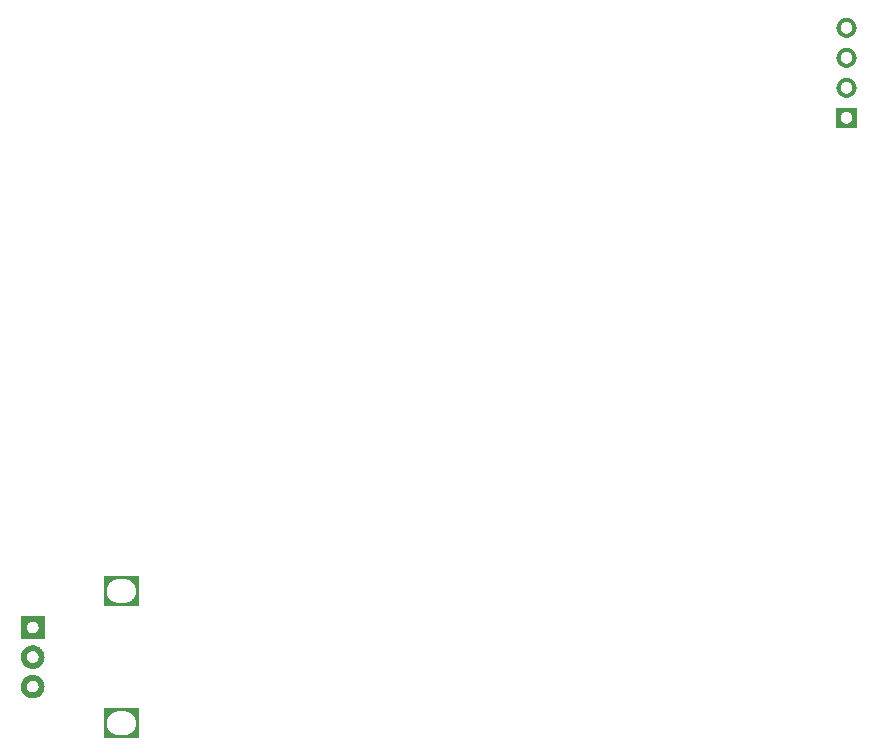
<source format=gbr>
%TF.GenerationSoftware,Flux,Pcbnew,7.0.11-7.0.11~ubuntu20.04.1*%
%TF.CreationDate,2024-08-18T17:29:45+00:00*%
%TF.ProjectId,input,696e7075-742e-46b6-9963-61645f706362,rev?*%
%TF.SameCoordinates,Original*%
%TF.FileFunction,Soldermask,Bot*%
%TF.FilePolarity,Negative*%
%FSLAX46Y46*%
G04 Gerber Fmt 4.6, Leading zero omitted, Abs format (unit mm)*
G04 Filename: promicromacro*
G04 Build it with Flux! Visit our site at: https://www.flux.ai (PCBNEW 7.0.11-7.0.11~ubuntu20.04.1) date 2024-08-18 17:29:45*
%MOMM*%
%LPD*%
G01*
G04 APERTURE LIST*
G04 APERTURE END LIST*
%TO.C,*%
G36*
X46851450Y25155697D02*
G01*
X46892969Y25151608D01*
X46934238Y25145486D01*
X46975156Y25137347D01*
X47015626Y25127210D01*
X47055550Y25115099D01*
X47094831Y25101044D01*
X47133375Y25085078D01*
X47171090Y25067241D01*
X47207884Y25047574D01*
X47243668Y25026126D01*
X47278357Y25002947D01*
X47311867Y24978094D01*
X47344117Y24951628D01*
X47375030Y24923610D01*
X47404530Y24894109D01*
X47432548Y24863197D01*
X47459015Y24830947D01*
X47483867Y24797437D01*
X47507046Y24762748D01*
X47528494Y24726963D01*
X47548161Y24690170D01*
X47565999Y24652455D01*
X47581964Y24613911D01*
X47596019Y24574629D01*
X47608130Y24534706D01*
X47618267Y24494236D01*
X47626406Y24453318D01*
X47632528Y24412049D01*
X47636617Y24370530D01*
X47638664Y24328860D01*
X47638664Y24287140D01*
X47636617Y24245470D01*
X47632528Y24203951D01*
X47626406Y24162682D01*
X47618267Y24121764D01*
X47608130Y24081294D01*
X47596019Y24041371D01*
X47581964Y24002089D01*
X47565999Y23963545D01*
X47548161Y23925830D01*
X47528494Y23889037D01*
X47507046Y23853252D01*
X47483867Y23818563D01*
X47459015Y23785053D01*
X47432548Y23752803D01*
X47404530Y23721891D01*
X47375030Y23692390D01*
X47344117Y23664372D01*
X47311867Y23637906D01*
X47278357Y23613053D01*
X47243668Y23589874D01*
X47207884Y23568426D01*
X47171090Y23548759D01*
X47133375Y23530922D01*
X47094831Y23514956D01*
X47055550Y23500901D01*
X47015626Y23488790D01*
X46975156Y23478653D01*
X46934238Y23470514D01*
X46892969Y23464392D01*
X46851450Y23460303D01*
X46809780Y23458256D01*
X46768060Y23458256D01*
X46726390Y23460303D01*
X46684871Y23464392D01*
X46643603Y23470514D01*
X46602684Y23478653D01*
X46562214Y23488790D01*
X46522291Y23500901D01*
X46483009Y23514956D01*
X46444465Y23530922D01*
X46406751Y23548759D01*
X46369957Y23568426D01*
X46334172Y23589874D01*
X46299483Y23613053D01*
X46265973Y23637906D01*
X46233723Y23664372D01*
X46202811Y23692390D01*
X46173310Y23721891D01*
X46145293Y23752803D01*
X46118826Y23785053D01*
X46093973Y23818563D01*
X46070795Y23853252D01*
X46049346Y23889037D01*
X46029680Y23925830D01*
X46011842Y23963545D01*
X45995876Y24002089D01*
X45981821Y24041371D01*
X45969711Y24081294D01*
X45959573Y24121764D01*
X45951434Y24162682D01*
X45945313Y24203951D01*
X45941223Y24245470D01*
X45939176Y24287140D01*
X45939176Y24295729D01*
X46289071Y24295729D01*
X46290275Y24271218D01*
X46292680Y24246795D01*
X46296281Y24222519D01*
X46301069Y24198449D01*
X46307032Y24174644D01*
X46314156Y24151159D01*
X46322424Y24128052D01*
X46331815Y24105379D01*
X46342308Y24083194D01*
X46353877Y24061551D01*
X46366493Y24040501D01*
X46380128Y24020096D01*
X46394747Y24000384D01*
X46410316Y23981414D01*
X46426797Y23963230D01*
X46444150Y23945876D01*
X46462334Y23929396D01*
X46481304Y23913827D01*
X46501016Y23899208D01*
X46521421Y23885573D01*
X46542471Y23872957D01*
X46564115Y23861388D01*
X46586300Y23850895D01*
X46608973Y23841504D01*
X46632079Y23833236D01*
X46655564Y23826112D01*
X46679370Y23820149D01*
X46703439Y23815361D01*
X46727715Y23811760D01*
X46752138Y23809355D01*
X46776650Y23808151D01*
X46801191Y23808151D01*
X46825703Y23809355D01*
X46850126Y23811760D01*
X46874401Y23815361D01*
X46898471Y23820149D01*
X46922277Y23826112D01*
X46945761Y23833236D01*
X46968868Y23841504D01*
X46991541Y23850895D01*
X47013726Y23861388D01*
X47035369Y23872957D01*
X47056419Y23885573D01*
X47076824Y23899208D01*
X47096536Y23913827D01*
X47115507Y23929396D01*
X47133690Y23945876D01*
X47151044Y23963230D01*
X47167525Y23981414D01*
X47183093Y24000384D01*
X47197713Y24020096D01*
X47211347Y24040501D01*
X47223964Y24061551D01*
X47235532Y24083194D01*
X47246025Y24105379D01*
X47255417Y24128052D01*
X47263684Y24151159D01*
X47270808Y24174644D01*
X47276771Y24198449D01*
X47281559Y24222519D01*
X47285160Y24246795D01*
X47287565Y24271218D01*
X47288770Y24295729D01*
X47288770Y24320271D01*
X47287565Y24344782D01*
X47285160Y24369205D01*
X47281559Y24393481D01*
X47276771Y24417551D01*
X47270808Y24441356D01*
X47263684Y24464841D01*
X47255417Y24487948D01*
X47246025Y24510621D01*
X47235532Y24532806D01*
X47223964Y24554449D01*
X47211347Y24575499D01*
X47197713Y24595904D01*
X47183093Y24615616D01*
X47167525Y24634586D01*
X47151044Y24652770D01*
X47133690Y24670124D01*
X47115507Y24686604D01*
X47096536Y24702173D01*
X47076824Y24716792D01*
X47056419Y24730427D01*
X47035369Y24743043D01*
X47013726Y24754612D01*
X46991541Y24765105D01*
X46968868Y24774496D01*
X46945761Y24782764D01*
X46922277Y24789888D01*
X46898471Y24795851D01*
X46874401Y24800639D01*
X46850126Y24804240D01*
X46825703Y24806645D01*
X46801191Y24807849D01*
X46776650Y24807849D01*
X46752138Y24806645D01*
X46727715Y24804240D01*
X46703439Y24800639D01*
X46679370Y24795851D01*
X46655564Y24789888D01*
X46632079Y24782764D01*
X46608973Y24774496D01*
X46586300Y24765105D01*
X46564115Y24754612D01*
X46542471Y24743043D01*
X46521421Y24730427D01*
X46501016Y24716792D01*
X46481304Y24702173D01*
X46462334Y24686604D01*
X46444150Y24670124D01*
X46426797Y24652770D01*
X46410316Y24634586D01*
X46394747Y24615616D01*
X46380128Y24595904D01*
X46366493Y24575499D01*
X46353877Y24554449D01*
X46342308Y24532806D01*
X46331815Y24510621D01*
X46322424Y24487948D01*
X46314156Y24464841D01*
X46307032Y24441356D01*
X46301069Y24417551D01*
X46296281Y24393481D01*
X46292680Y24369205D01*
X46290275Y24344782D01*
X46289071Y24320271D01*
X46289071Y24295729D01*
X45939176Y24295729D01*
X45939176Y24328860D01*
X45941223Y24370530D01*
X45945313Y24412049D01*
X45951434Y24453318D01*
X45959573Y24494236D01*
X45969711Y24534706D01*
X45981821Y24574629D01*
X45995876Y24613911D01*
X46011842Y24652455D01*
X46029680Y24690170D01*
X46049346Y24726963D01*
X46070795Y24762748D01*
X46093973Y24797437D01*
X46118826Y24830947D01*
X46145293Y24863197D01*
X46173310Y24894109D01*
X46202811Y24923610D01*
X46233723Y24951628D01*
X46265973Y24978094D01*
X46299483Y25002947D01*
X46334172Y25026126D01*
X46369957Y25047574D01*
X46406751Y25067241D01*
X46444465Y25085078D01*
X46483009Y25101044D01*
X46522291Y25115099D01*
X46562214Y25127210D01*
X46602684Y25137347D01*
X46643603Y25145486D01*
X46684871Y25151608D01*
X46726390Y25155697D01*
X46768060Y25157744D01*
X46809780Y25157744D01*
X46851450Y25155697D01*
G37*
G36*
X46851437Y20075697D02*
G01*
X46892956Y20071608D01*
X46934224Y20065486D01*
X46975143Y20057347D01*
X47015613Y20047210D01*
X47055536Y20035099D01*
X47094818Y20021044D01*
X47133362Y20005078D01*
X47171076Y19987241D01*
X47207870Y19967574D01*
X47243655Y19946126D01*
X47278344Y19922947D01*
X47311854Y19898094D01*
X47344104Y19871628D01*
X47375016Y19843610D01*
X47404517Y19814109D01*
X47432534Y19783197D01*
X47459001Y19750947D01*
X47483854Y19717437D01*
X47507032Y19682748D01*
X47528481Y19646963D01*
X47548147Y19610170D01*
X47565985Y19572455D01*
X47581951Y19533911D01*
X47596006Y19494629D01*
X47608116Y19454706D01*
X47618254Y19414236D01*
X47626393Y19373318D01*
X47632514Y19332049D01*
X47636604Y19290530D01*
X47638651Y19248860D01*
X47638651Y19207140D01*
X47636604Y19165470D01*
X47632514Y19123951D01*
X47626393Y19082682D01*
X47618254Y19041764D01*
X47608116Y19001294D01*
X47596006Y18961371D01*
X47581951Y18922089D01*
X47565985Y18883545D01*
X47548147Y18845830D01*
X47528481Y18809037D01*
X47507032Y18773252D01*
X47483854Y18738563D01*
X47459001Y18705053D01*
X47432534Y18672803D01*
X47404517Y18641891D01*
X47375016Y18612390D01*
X47344104Y18584372D01*
X47311854Y18557906D01*
X47278344Y18533053D01*
X47243655Y18509874D01*
X47207870Y18488426D01*
X47171076Y18468759D01*
X47133362Y18450922D01*
X47094818Y18434956D01*
X47055536Y18420901D01*
X47015613Y18408790D01*
X46975143Y18398653D01*
X46934224Y18390514D01*
X46892956Y18384392D01*
X46851437Y18380303D01*
X46809767Y18378256D01*
X46768047Y18378256D01*
X46726377Y18380303D01*
X46684858Y18384392D01*
X46643589Y18390514D01*
X46602671Y18398653D01*
X46562201Y18408790D01*
X46522277Y18420901D01*
X46482996Y18434956D01*
X46444452Y18450922D01*
X46406737Y18468759D01*
X46369943Y18488426D01*
X46334159Y18509874D01*
X46299470Y18533053D01*
X46265960Y18557906D01*
X46233710Y18584372D01*
X46202797Y18612390D01*
X46173297Y18641891D01*
X46145279Y18672803D01*
X46118812Y18705053D01*
X46093960Y18738563D01*
X46070781Y18773252D01*
X46049333Y18809037D01*
X46029666Y18845830D01*
X46011828Y18883545D01*
X45995863Y18922089D01*
X45981808Y18961371D01*
X45969697Y19001294D01*
X45959560Y19041764D01*
X45951421Y19082682D01*
X45945299Y19123951D01*
X45941210Y19165470D01*
X45939163Y19207140D01*
X45939163Y19215729D01*
X46289057Y19215729D01*
X46290262Y19191218D01*
X46292667Y19166795D01*
X46296268Y19142519D01*
X46301056Y19118449D01*
X46307019Y19094644D01*
X46314143Y19071159D01*
X46322410Y19048052D01*
X46331802Y19025379D01*
X46342295Y19003194D01*
X46353863Y18981551D01*
X46366480Y18960501D01*
X46380114Y18940096D01*
X46394734Y18920384D01*
X46410302Y18901414D01*
X46426783Y18883230D01*
X46444136Y18865876D01*
X46462320Y18849396D01*
X46481291Y18833827D01*
X46501003Y18819208D01*
X46521408Y18805573D01*
X46542458Y18792957D01*
X46564101Y18781388D01*
X46586286Y18770895D01*
X46608959Y18761504D01*
X46632066Y18753236D01*
X46655550Y18746112D01*
X46679356Y18740149D01*
X46703426Y18735361D01*
X46727701Y18731760D01*
X46752124Y18729355D01*
X46776636Y18728151D01*
X46801177Y18728151D01*
X46825689Y18729355D01*
X46850112Y18731760D01*
X46874388Y18735361D01*
X46898457Y18740149D01*
X46922263Y18746112D01*
X46945748Y18753236D01*
X46968854Y18761504D01*
X46991527Y18770895D01*
X47013712Y18781388D01*
X47035356Y18792957D01*
X47056406Y18805573D01*
X47076811Y18819208D01*
X47096523Y18833827D01*
X47115493Y18849396D01*
X47133677Y18865876D01*
X47151030Y18883230D01*
X47167511Y18901414D01*
X47183080Y18920384D01*
X47197699Y18940096D01*
X47211334Y18960501D01*
X47223950Y18981551D01*
X47235519Y19003194D01*
X47246012Y19025379D01*
X47255403Y19048052D01*
X47263671Y19071159D01*
X47270795Y19094644D01*
X47276758Y19118449D01*
X47281546Y19142519D01*
X47285147Y19166795D01*
X47287552Y19191218D01*
X47288756Y19215729D01*
X47288756Y19240271D01*
X47287552Y19264782D01*
X47285147Y19289205D01*
X47281546Y19313481D01*
X47276758Y19337551D01*
X47270795Y19361356D01*
X47263671Y19384841D01*
X47255403Y19407948D01*
X47246012Y19430621D01*
X47235519Y19452806D01*
X47223950Y19474449D01*
X47211334Y19495499D01*
X47197699Y19515904D01*
X47183080Y19535616D01*
X47167511Y19554586D01*
X47151030Y19572770D01*
X47133677Y19590124D01*
X47115493Y19606604D01*
X47096523Y19622173D01*
X47076811Y19636792D01*
X47056406Y19650427D01*
X47035356Y19663043D01*
X47013712Y19674612D01*
X46991527Y19685105D01*
X46968854Y19694496D01*
X46945748Y19702764D01*
X46922263Y19709888D01*
X46898457Y19715851D01*
X46874388Y19720639D01*
X46850112Y19724240D01*
X46825689Y19726645D01*
X46801177Y19727849D01*
X46776636Y19727849D01*
X46752124Y19726645D01*
X46727701Y19724240D01*
X46703426Y19720639D01*
X46679356Y19715851D01*
X46655550Y19709888D01*
X46632066Y19702764D01*
X46608959Y19694496D01*
X46586286Y19685105D01*
X46564101Y19674612D01*
X46542458Y19663043D01*
X46521408Y19650427D01*
X46501003Y19636792D01*
X46481291Y19622173D01*
X46462320Y19606604D01*
X46444136Y19590124D01*
X46426783Y19572770D01*
X46410302Y19554586D01*
X46394734Y19535616D01*
X46380114Y19515904D01*
X46366480Y19495499D01*
X46353863Y19474449D01*
X46342295Y19452806D01*
X46331802Y19430621D01*
X46322410Y19407948D01*
X46314143Y19384841D01*
X46307019Y19361356D01*
X46301056Y19337551D01*
X46296268Y19313481D01*
X46292667Y19289205D01*
X46290262Y19264782D01*
X46289057Y19240271D01*
X46289057Y19215729D01*
X45939163Y19215729D01*
X45939163Y19248860D01*
X45941210Y19290530D01*
X45945299Y19332049D01*
X45951421Y19373318D01*
X45959560Y19414236D01*
X45969697Y19454706D01*
X45981808Y19494629D01*
X45995863Y19533911D01*
X46011828Y19572455D01*
X46029666Y19610170D01*
X46049333Y19646963D01*
X46070781Y19682748D01*
X46093960Y19717437D01*
X46118812Y19750947D01*
X46145279Y19783197D01*
X46173297Y19814109D01*
X46202797Y19843610D01*
X46233710Y19871628D01*
X46265960Y19898094D01*
X46299470Y19922947D01*
X46334159Y19946126D01*
X46369943Y19967574D01*
X46406737Y19987241D01*
X46444452Y20005078D01*
X46482996Y20021044D01*
X46522277Y20035099D01*
X46562201Y20047210D01*
X46602671Y20057347D01*
X46643589Y20065486D01*
X46684858Y20071608D01*
X46726377Y20075697D01*
X46768047Y20077744D01*
X46809767Y20077744D01*
X46851437Y20075697D01*
G37*
G36*
X47638900Y17538000D02*
G01*
X47638900Y15838000D01*
X45938900Y15838000D01*
X45938900Y16675729D01*
X46289051Y16675729D01*
X46290255Y16651218D01*
X46292660Y16626795D01*
X46296261Y16602519D01*
X46301049Y16578449D01*
X46307012Y16554644D01*
X46314136Y16531159D01*
X46322404Y16508052D01*
X46331795Y16485379D01*
X46342288Y16463194D01*
X46353857Y16441551D01*
X46366473Y16420501D01*
X46380108Y16400096D01*
X46394727Y16380384D01*
X46410296Y16361414D01*
X46426776Y16343230D01*
X46444130Y16325876D01*
X46462314Y16309396D01*
X46481284Y16293827D01*
X46500996Y16279208D01*
X46521401Y16265573D01*
X46542451Y16252957D01*
X46564094Y16241388D01*
X46586279Y16230895D01*
X46608952Y16221504D01*
X46632059Y16213236D01*
X46655544Y16206112D01*
X46679349Y16200149D01*
X46703419Y16195361D01*
X46727695Y16191760D01*
X46752118Y16189355D01*
X46776629Y16188151D01*
X46801171Y16188151D01*
X46825682Y16189355D01*
X46850105Y16191760D01*
X46874381Y16195361D01*
X46898451Y16200149D01*
X46922256Y16206112D01*
X46945741Y16213236D01*
X46968848Y16221504D01*
X46991521Y16230895D01*
X47013706Y16241388D01*
X47035349Y16252957D01*
X47056399Y16265573D01*
X47076804Y16279208D01*
X47096516Y16293827D01*
X47115486Y16309396D01*
X47133670Y16325876D01*
X47151024Y16343230D01*
X47167504Y16361414D01*
X47183073Y16380384D01*
X47197692Y16400096D01*
X47211327Y16420501D01*
X47223943Y16441551D01*
X47235512Y16463194D01*
X47246005Y16485379D01*
X47255396Y16508052D01*
X47263664Y16531159D01*
X47270788Y16554644D01*
X47276751Y16578449D01*
X47281539Y16602519D01*
X47285140Y16626795D01*
X47287545Y16651218D01*
X47288749Y16675729D01*
X47288749Y16700271D01*
X47287545Y16724782D01*
X47285140Y16749205D01*
X47281539Y16773481D01*
X47276751Y16797551D01*
X47270788Y16821356D01*
X47263664Y16844841D01*
X47255396Y16867948D01*
X47246005Y16890621D01*
X47242166Y16898736D01*
X47235512Y16912806D01*
X47223943Y16934449D01*
X47211327Y16955499D01*
X47197692Y16975904D01*
X47183073Y16995616D01*
X47167504Y17014586D01*
X47151024Y17032770D01*
X47133670Y17050124D01*
X47115486Y17066604D01*
X47096516Y17082173D01*
X47076804Y17096792D01*
X47056399Y17110427D01*
X47035349Y17123043D01*
X47013706Y17134612D01*
X46991521Y17145105D01*
X46968848Y17154496D01*
X46945741Y17162764D01*
X46922256Y17169888D01*
X46898451Y17175851D01*
X46874381Y17180639D01*
X46850105Y17184240D01*
X46825682Y17186645D01*
X46801171Y17187849D01*
X46776629Y17187849D01*
X46752118Y17186645D01*
X46727695Y17184240D01*
X46703419Y17180639D01*
X46679349Y17175851D01*
X46655544Y17169888D01*
X46632059Y17162764D01*
X46608952Y17154496D01*
X46586279Y17145105D01*
X46564094Y17134612D01*
X46542451Y17123043D01*
X46521401Y17110427D01*
X46500996Y17096792D01*
X46481284Y17082173D01*
X46462314Y17066604D01*
X46444130Y17050124D01*
X46426776Y17032770D01*
X46410296Y17014586D01*
X46394727Y16995616D01*
X46380108Y16975904D01*
X46366473Y16955499D01*
X46353857Y16934449D01*
X46342288Y16912806D01*
X46331795Y16890621D01*
X46322404Y16867948D01*
X46314136Y16844841D01*
X46307012Y16821356D01*
X46301049Y16797551D01*
X46296261Y16773481D01*
X46292660Y16749205D01*
X46290255Y16724782D01*
X46289051Y16700271D01*
X46289051Y16675729D01*
X45938900Y16675729D01*
X45938900Y17538000D01*
X47638900Y17538000D01*
G37*
G36*
X46851443Y22615697D02*
G01*
X46892963Y22611608D01*
X46934231Y22605486D01*
X46975150Y22597347D01*
X47015619Y22587210D01*
X47055543Y22575099D01*
X47094824Y22561044D01*
X47133369Y22545078D01*
X47171083Y22527241D01*
X47207877Y22507574D01*
X47243661Y22486126D01*
X47278350Y22462947D01*
X47311860Y22438094D01*
X47344110Y22411628D01*
X47375023Y22383610D01*
X47404524Y22354109D01*
X47432541Y22323197D01*
X47459008Y22290947D01*
X47483861Y22257437D01*
X47507039Y22222748D01*
X47528487Y22186963D01*
X47548154Y22150170D01*
X47565992Y22112455D01*
X47581957Y22073911D01*
X47596012Y22034629D01*
X47608123Y21994706D01*
X47618260Y21954236D01*
X47626399Y21913318D01*
X47632521Y21872049D01*
X47636610Y21830530D01*
X47638657Y21788860D01*
X47638657Y21747140D01*
X47636610Y21705470D01*
X47632521Y21663951D01*
X47626399Y21622682D01*
X47618260Y21581764D01*
X47608123Y21541294D01*
X47596012Y21501371D01*
X47581957Y21462089D01*
X47565992Y21423545D01*
X47548154Y21385830D01*
X47528487Y21349037D01*
X47507039Y21313252D01*
X47483861Y21278563D01*
X47459008Y21245053D01*
X47432541Y21212803D01*
X47404524Y21181891D01*
X47375023Y21152390D01*
X47344110Y21124372D01*
X47311860Y21097906D01*
X47278350Y21073053D01*
X47243661Y21049874D01*
X47207877Y21028426D01*
X47171083Y21008759D01*
X47133369Y20990922D01*
X47094824Y20974956D01*
X47055543Y20960901D01*
X47015619Y20948790D01*
X46975150Y20938653D01*
X46934231Y20930514D01*
X46892963Y20924392D01*
X46851443Y20920303D01*
X46809774Y20918256D01*
X46768053Y20918256D01*
X46726384Y20920303D01*
X46684864Y20924392D01*
X46643596Y20930514D01*
X46602677Y20938653D01*
X46562208Y20948790D01*
X46522284Y20960901D01*
X46483003Y20974956D01*
X46444458Y20990922D01*
X46406744Y21008759D01*
X46369950Y21028426D01*
X46334166Y21049874D01*
X46299477Y21073053D01*
X46265967Y21097906D01*
X46233717Y21124372D01*
X46202804Y21152390D01*
X46173303Y21181891D01*
X46145286Y21212803D01*
X46118819Y21245053D01*
X46093966Y21278563D01*
X46070788Y21313252D01*
X46049340Y21349037D01*
X46029673Y21385830D01*
X46011835Y21423545D01*
X45995870Y21462089D01*
X45981815Y21501371D01*
X45969704Y21541294D01*
X45959567Y21581764D01*
X45951427Y21622682D01*
X45945306Y21663951D01*
X45941217Y21705470D01*
X45939169Y21747140D01*
X45939169Y21755729D01*
X46289064Y21755729D01*
X46290268Y21731218D01*
X46292674Y21706795D01*
X46296275Y21682519D01*
X46301062Y21658449D01*
X46307025Y21634644D01*
X46314149Y21611159D01*
X46322417Y21588052D01*
X46331809Y21565379D01*
X46342301Y21543194D01*
X46353870Y21521551D01*
X46366487Y21500501D01*
X46380121Y21480096D01*
X46394740Y21460384D01*
X46410309Y21441414D01*
X46426790Y21423230D01*
X46444143Y21405876D01*
X46462327Y21389396D01*
X46481298Y21373827D01*
X46501009Y21359208D01*
X46521415Y21345573D01*
X46542464Y21332957D01*
X46564108Y21321388D01*
X46586293Y21310895D01*
X46608966Y21301504D01*
X46632073Y21293236D01*
X46655557Y21286112D01*
X46679363Y21280149D01*
X46703433Y21275361D01*
X46727708Y21271760D01*
X46752131Y21269355D01*
X46776643Y21268151D01*
X46801184Y21268151D01*
X46825696Y21269355D01*
X46850119Y21271760D01*
X46874394Y21275361D01*
X46898464Y21280149D01*
X46922270Y21286112D01*
X46945754Y21293236D01*
X46968861Y21301504D01*
X46991534Y21310895D01*
X47013719Y21321388D01*
X47035363Y21332957D01*
X47056412Y21345573D01*
X47076818Y21359208D01*
X47096529Y21373827D01*
X47115500Y21389396D01*
X47133684Y21405876D01*
X47151037Y21423230D01*
X47167518Y21441414D01*
X47183087Y21460384D01*
X47197706Y21480096D01*
X47211340Y21500501D01*
X47223957Y21521551D01*
X47235526Y21543194D01*
X47246018Y21565379D01*
X47255410Y21588052D01*
X47263678Y21611159D01*
X47270802Y21634644D01*
X47276765Y21658449D01*
X47281552Y21682519D01*
X47285153Y21706795D01*
X47287559Y21731218D01*
X47288763Y21755729D01*
X47288763Y21780271D01*
X47287559Y21804782D01*
X47285153Y21829205D01*
X47281552Y21853481D01*
X47276765Y21877551D01*
X47270802Y21901356D01*
X47263678Y21924841D01*
X47255410Y21947948D01*
X47246018Y21970621D01*
X47235526Y21992806D01*
X47223957Y22014449D01*
X47211340Y22035499D01*
X47197706Y22055904D01*
X47183087Y22075616D01*
X47167518Y22094586D01*
X47151037Y22112770D01*
X47133684Y22130124D01*
X47115500Y22146604D01*
X47096529Y22162173D01*
X47076818Y22176792D01*
X47056412Y22190427D01*
X47035363Y22203043D01*
X47013719Y22214612D01*
X46991534Y22225105D01*
X46968861Y22234496D01*
X46945754Y22242764D01*
X46922270Y22249888D01*
X46898464Y22255851D01*
X46874394Y22260639D01*
X46850119Y22264240D01*
X46825696Y22266645D01*
X46801184Y22267849D01*
X46776643Y22267849D01*
X46752131Y22266645D01*
X46727708Y22264240D01*
X46703433Y22260639D01*
X46679363Y22255851D01*
X46655557Y22249888D01*
X46632073Y22242764D01*
X46608966Y22234496D01*
X46586293Y22225105D01*
X46564108Y22214612D01*
X46542464Y22203043D01*
X46521415Y22190427D01*
X46501009Y22176792D01*
X46481298Y22162173D01*
X46462327Y22146604D01*
X46444143Y22130124D01*
X46426790Y22112770D01*
X46410309Y22094586D01*
X46394740Y22075616D01*
X46380121Y22055904D01*
X46366487Y22035499D01*
X46353870Y22014449D01*
X46342301Y21992806D01*
X46331809Y21970621D01*
X46322417Y21947948D01*
X46314149Y21924841D01*
X46307025Y21901356D01*
X46301062Y21877551D01*
X46296275Y21853481D01*
X46292674Y21829205D01*
X46290268Y21804782D01*
X46289064Y21780271D01*
X46289064Y21755729D01*
X45939169Y21755729D01*
X45939169Y21788860D01*
X45941217Y21830530D01*
X45945306Y21872049D01*
X45951427Y21913318D01*
X45959567Y21954236D01*
X45969704Y21994706D01*
X45981815Y22034629D01*
X45995870Y22073911D01*
X46011835Y22112455D01*
X46029673Y22150170D01*
X46049340Y22186963D01*
X46070788Y22222748D01*
X46093966Y22257437D01*
X46118819Y22290947D01*
X46145286Y22323197D01*
X46173303Y22354109D01*
X46202804Y22383610D01*
X46233717Y22411628D01*
X46265967Y22438094D01*
X46299477Y22462947D01*
X46334166Y22486126D01*
X46369950Y22507574D01*
X46406744Y22527241D01*
X46444458Y22545078D01*
X46483003Y22561044D01*
X46522284Y22575099D01*
X46562208Y22587210D01*
X46602677Y22597347D01*
X46643596Y22605486D01*
X46684864Y22611608D01*
X46726384Y22615697D01*
X46768053Y22617744D01*
X46809774Y22617744D01*
X46851443Y22615697D01*
G37*
G36*
X-13112200Y-33325900D02*
G01*
X-13112200Y-35825900D01*
X-16112200Y-35825900D01*
X-16112200Y-34600441D01*
X-15861899Y-34600441D01*
X-15859490Y-34649465D01*
X-15854680Y-34698311D01*
X-15847478Y-34746862D01*
X-15837902Y-34795001D01*
X-15825976Y-34842613D01*
X-15811728Y-34889582D01*
X-15795193Y-34935795D01*
X-15776410Y-34981141D01*
X-15755424Y-35025511D01*
X-15732287Y-35068798D01*
X-15707054Y-35110898D01*
X-15679785Y-35151708D01*
X-15650546Y-35191132D01*
X-15619409Y-35229073D01*
X-15586447Y-35265441D01*
X-15551741Y-35300147D01*
X-15515373Y-35333109D01*
X-15477432Y-35364246D01*
X-15438008Y-35393485D01*
X-15397198Y-35420754D01*
X-15355098Y-35445987D01*
X-15311811Y-35469124D01*
X-15267441Y-35490110D01*
X-15222095Y-35508893D01*
X-15175882Y-35525428D01*
X-15128913Y-35539676D01*
X-15081301Y-35551602D01*
X-15033162Y-35561178D01*
X-14984611Y-35568380D01*
X-14935765Y-35573190D01*
X-14886741Y-35575599D01*
X-14337659Y-35575599D01*
X-14288635Y-35573190D01*
X-14239789Y-35568380D01*
X-14191238Y-35561178D01*
X-14143099Y-35551602D01*
X-14095487Y-35539676D01*
X-14048518Y-35525428D01*
X-14002305Y-35508893D01*
X-13956959Y-35490110D01*
X-13912589Y-35469124D01*
X-13869302Y-35445987D01*
X-13827202Y-35420754D01*
X-13786392Y-35393485D01*
X-13746968Y-35364246D01*
X-13709027Y-35333109D01*
X-13672659Y-35300147D01*
X-13637953Y-35265441D01*
X-13604991Y-35229073D01*
X-13573854Y-35191132D01*
X-13544615Y-35151708D01*
X-13517346Y-35110898D01*
X-13492113Y-35068798D01*
X-13468976Y-35025511D01*
X-13447990Y-34981141D01*
X-13429207Y-34935795D01*
X-13412672Y-34889582D01*
X-13398424Y-34842613D01*
X-13386498Y-34795001D01*
X-13376922Y-34746862D01*
X-13369720Y-34698311D01*
X-13364910Y-34649465D01*
X-13362501Y-34600441D01*
X-13362501Y-34551359D01*
X-13364910Y-34502335D01*
X-13369720Y-34453489D01*
X-13376922Y-34404938D01*
X-13386498Y-34356799D01*
X-13398424Y-34309187D01*
X-13412672Y-34262218D01*
X-13429207Y-34216005D01*
X-13447990Y-34170659D01*
X-13468976Y-34126289D01*
X-13492113Y-34083002D01*
X-13517346Y-34040902D01*
X-13544615Y-34000092D01*
X-13573854Y-33960668D01*
X-13604991Y-33922727D01*
X-13637953Y-33886359D01*
X-13672659Y-33851653D01*
X-13709027Y-33818691D01*
X-13746968Y-33787554D01*
X-13786392Y-33758315D01*
X-13827202Y-33731046D01*
X-13869302Y-33705813D01*
X-13912589Y-33682676D01*
X-13956959Y-33661690D01*
X-14002305Y-33642907D01*
X-14048518Y-33626372D01*
X-14095487Y-33612124D01*
X-14143099Y-33600198D01*
X-14191238Y-33590622D01*
X-14239789Y-33583420D01*
X-14288635Y-33578610D01*
X-14337659Y-33576201D01*
X-14837659Y-33576201D01*
X-14886741Y-33576201D01*
X-14935765Y-33578610D01*
X-14984611Y-33583420D01*
X-15033162Y-33590622D01*
X-15081301Y-33600198D01*
X-15128913Y-33612124D01*
X-15175882Y-33626372D01*
X-15222095Y-33642907D01*
X-15267441Y-33661690D01*
X-15311811Y-33682676D01*
X-15355098Y-33705813D01*
X-15397198Y-33731046D01*
X-15438008Y-33758315D01*
X-15477432Y-33787554D01*
X-15515373Y-33818691D01*
X-15551741Y-33851653D01*
X-15586447Y-33886359D01*
X-15619409Y-33922727D01*
X-15650546Y-33960668D01*
X-15679785Y-34000092D01*
X-15707054Y-34040902D01*
X-15732287Y-34083002D01*
X-15755424Y-34126289D01*
X-15776410Y-34170659D01*
X-15795193Y-34216005D01*
X-15811728Y-34262218D01*
X-15825976Y-34309187D01*
X-15837902Y-34356799D01*
X-15847478Y-34404938D01*
X-15854680Y-34453489D01*
X-15859490Y-34502335D01*
X-15861899Y-34551359D01*
X-15861899Y-34600441D01*
X-16112200Y-34600441D01*
X-16112200Y-33325900D01*
X-13112200Y-33325900D01*
G37*
G36*
X-13112200Y-22125900D02*
G01*
X-13112200Y-24625900D01*
X-16112200Y-24625900D01*
X-16112200Y-23400441D01*
X-15861899Y-23400441D01*
X-15859490Y-23449465D01*
X-15854680Y-23498311D01*
X-15847478Y-23546862D01*
X-15837902Y-23595001D01*
X-15825976Y-23642613D01*
X-15811728Y-23689582D01*
X-15795193Y-23735795D01*
X-15776410Y-23781141D01*
X-15755424Y-23825511D01*
X-15732287Y-23868798D01*
X-15707054Y-23910898D01*
X-15679785Y-23951708D01*
X-15650546Y-23991132D01*
X-15619409Y-24029073D01*
X-15586447Y-24065441D01*
X-15551741Y-24100147D01*
X-15515373Y-24133109D01*
X-15477432Y-24164246D01*
X-15438008Y-24193485D01*
X-15397198Y-24220754D01*
X-15355098Y-24245987D01*
X-15311811Y-24269124D01*
X-15267441Y-24290110D01*
X-15222095Y-24308893D01*
X-15175882Y-24325428D01*
X-15128913Y-24339676D01*
X-15081301Y-24351602D01*
X-15033162Y-24361178D01*
X-14984611Y-24368380D01*
X-14935765Y-24373190D01*
X-14886741Y-24375599D01*
X-14337659Y-24375599D01*
X-14288635Y-24373190D01*
X-14239789Y-24368380D01*
X-14191238Y-24361178D01*
X-14143099Y-24351602D01*
X-14095487Y-24339676D01*
X-14048518Y-24325428D01*
X-14002305Y-24308893D01*
X-13956959Y-24290110D01*
X-13912589Y-24269124D01*
X-13869302Y-24245987D01*
X-13827202Y-24220754D01*
X-13786392Y-24193485D01*
X-13746968Y-24164246D01*
X-13709027Y-24133109D01*
X-13672659Y-24100147D01*
X-13637953Y-24065441D01*
X-13604991Y-24029073D01*
X-13573854Y-23991132D01*
X-13544615Y-23951708D01*
X-13517346Y-23910898D01*
X-13492113Y-23868798D01*
X-13468976Y-23825511D01*
X-13447990Y-23781141D01*
X-13429207Y-23735795D01*
X-13412672Y-23689582D01*
X-13398424Y-23642613D01*
X-13386498Y-23595001D01*
X-13376922Y-23546862D01*
X-13369720Y-23498311D01*
X-13364910Y-23449465D01*
X-13362501Y-23400441D01*
X-13362501Y-23351359D01*
X-13364910Y-23302335D01*
X-13369720Y-23253489D01*
X-13376922Y-23204938D01*
X-13386498Y-23156799D01*
X-13398424Y-23109187D01*
X-13412672Y-23062218D01*
X-13429207Y-23016005D01*
X-13447990Y-22970659D01*
X-13468976Y-22926289D01*
X-13492113Y-22883002D01*
X-13517346Y-22840902D01*
X-13544615Y-22800092D01*
X-13573854Y-22760668D01*
X-13604991Y-22722727D01*
X-13637953Y-22686359D01*
X-13672659Y-22651653D01*
X-13709027Y-22618691D01*
X-13746968Y-22587554D01*
X-13786392Y-22558315D01*
X-13827202Y-22531046D01*
X-13869302Y-22505813D01*
X-13912589Y-22482676D01*
X-13956959Y-22461690D01*
X-14002305Y-22442907D01*
X-14048518Y-22426372D01*
X-14095487Y-22412124D01*
X-14143099Y-22400198D01*
X-14191238Y-22390622D01*
X-14239789Y-22383420D01*
X-14288635Y-22378610D01*
X-14337659Y-22376201D01*
X-14837659Y-22376201D01*
X-14886741Y-22376201D01*
X-14935765Y-22378610D01*
X-14984611Y-22383420D01*
X-15033162Y-22390622D01*
X-15081301Y-22400198D01*
X-15128913Y-22412124D01*
X-15175882Y-22426372D01*
X-15222095Y-22442907D01*
X-15267441Y-22461690D01*
X-15311811Y-22482676D01*
X-15355098Y-22505813D01*
X-15397198Y-22531046D01*
X-15438008Y-22558315D01*
X-15477432Y-22587554D01*
X-15515373Y-22618691D01*
X-15551741Y-22651653D01*
X-15586447Y-22686359D01*
X-15619409Y-22722727D01*
X-15650546Y-22760668D01*
X-15679785Y-22800092D01*
X-15707054Y-22840902D01*
X-15732287Y-22883002D01*
X-15755424Y-22926289D01*
X-15776410Y-22970659D01*
X-15795193Y-23016005D01*
X-15811728Y-23062218D01*
X-15825976Y-23109187D01*
X-15837902Y-23156799D01*
X-15847478Y-23204938D01*
X-15854680Y-23253489D01*
X-15859490Y-23302335D01*
X-15861899Y-23351359D01*
X-15861899Y-23400441D01*
X-16112200Y-23400441D01*
X-16112200Y-22125900D01*
X-13112200Y-22125900D01*
G37*
G36*
X-22038635Y-27978610D02*
G01*
X-21989789Y-27983420D01*
X-21941238Y-27990622D01*
X-21893099Y-28000198D01*
X-21845487Y-28012124D01*
X-21798518Y-28026372D01*
X-21752305Y-28042907D01*
X-21706959Y-28061690D01*
X-21662589Y-28082676D01*
X-21619302Y-28105813D01*
X-21577202Y-28131046D01*
X-21536392Y-28158315D01*
X-21496968Y-28187554D01*
X-21459027Y-28218691D01*
X-21422659Y-28251653D01*
X-21387953Y-28286359D01*
X-21354991Y-28322727D01*
X-21323854Y-28360668D01*
X-21294615Y-28400092D01*
X-21267346Y-28440902D01*
X-21242113Y-28483002D01*
X-21218976Y-28526289D01*
X-21197990Y-28570659D01*
X-21179207Y-28616005D01*
X-21162672Y-28662218D01*
X-21148424Y-28709187D01*
X-21136498Y-28756799D01*
X-21126922Y-28804938D01*
X-21119720Y-28853489D01*
X-21114910Y-28902335D01*
X-21112501Y-28951359D01*
X-21112501Y-29000441D01*
X-21114910Y-29049465D01*
X-21119720Y-29098311D01*
X-21126922Y-29146862D01*
X-21136498Y-29195001D01*
X-21148424Y-29242613D01*
X-21162672Y-29289582D01*
X-21179207Y-29335795D01*
X-21197990Y-29381141D01*
X-21218976Y-29425511D01*
X-21242113Y-29468798D01*
X-21267346Y-29510898D01*
X-21294615Y-29551708D01*
X-21323854Y-29591132D01*
X-21354991Y-29629073D01*
X-21387953Y-29665441D01*
X-21422659Y-29700147D01*
X-21459027Y-29733109D01*
X-21496968Y-29764246D01*
X-21536392Y-29793485D01*
X-21577202Y-29820754D01*
X-21619302Y-29845987D01*
X-21662589Y-29869124D01*
X-21706959Y-29890110D01*
X-21752305Y-29908893D01*
X-21798518Y-29925428D01*
X-21845487Y-29939676D01*
X-21893099Y-29951602D01*
X-21941238Y-29961178D01*
X-21989789Y-29968380D01*
X-22038635Y-29973190D01*
X-22087659Y-29975599D01*
X-22136741Y-29975599D01*
X-22185765Y-29973190D01*
X-22234611Y-29968380D01*
X-22283162Y-29961178D01*
X-22331301Y-29951602D01*
X-22378913Y-29939676D01*
X-22425882Y-29925428D01*
X-22472095Y-29908893D01*
X-22517441Y-29890110D01*
X-22561811Y-29869124D01*
X-22605098Y-29845987D01*
X-22647198Y-29820754D01*
X-22688008Y-29793485D01*
X-22727432Y-29764246D01*
X-22765373Y-29733109D01*
X-22801741Y-29700147D01*
X-22836447Y-29665441D01*
X-22869409Y-29629073D01*
X-22900546Y-29591132D01*
X-22929785Y-29551708D01*
X-22957054Y-29510898D01*
X-22982287Y-29468798D01*
X-23005424Y-29425511D01*
X-23026410Y-29381141D01*
X-23045193Y-29335795D01*
X-23061728Y-29289582D01*
X-23075976Y-29242613D01*
X-23087902Y-29195001D01*
X-23097478Y-29146862D01*
X-23104680Y-29098311D01*
X-23109490Y-29049465D01*
X-23111899Y-29000441D01*
X-23111899Y-28988171D01*
X-22612049Y-28988171D01*
X-22610845Y-29012682D01*
X-22608440Y-29037105D01*
X-22604839Y-29061381D01*
X-22600051Y-29085451D01*
X-22594088Y-29109256D01*
X-22586964Y-29132741D01*
X-22578696Y-29155848D01*
X-22569305Y-29178521D01*
X-22558812Y-29200706D01*
X-22547243Y-29222349D01*
X-22534627Y-29243399D01*
X-22520992Y-29263804D01*
X-22506373Y-29283516D01*
X-22490804Y-29302486D01*
X-22474324Y-29320670D01*
X-22456970Y-29338024D01*
X-22438786Y-29354504D01*
X-22419816Y-29370073D01*
X-22400104Y-29384692D01*
X-22379699Y-29398327D01*
X-22358649Y-29410943D01*
X-22337006Y-29422512D01*
X-22314821Y-29433005D01*
X-22292148Y-29442396D01*
X-22269041Y-29450664D01*
X-22245556Y-29457788D01*
X-22221751Y-29463751D01*
X-22197681Y-29468539D01*
X-22173405Y-29472140D01*
X-22148982Y-29474545D01*
X-22124471Y-29475749D01*
X-22099929Y-29475749D01*
X-22075418Y-29474545D01*
X-22050995Y-29472140D01*
X-22026719Y-29468539D01*
X-22002649Y-29463751D01*
X-21978844Y-29457788D01*
X-21955359Y-29450664D01*
X-21932252Y-29442396D01*
X-21909579Y-29433005D01*
X-21887394Y-29422512D01*
X-21865751Y-29410943D01*
X-21844701Y-29398327D01*
X-21824296Y-29384692D01*
X-21804584Y-29370073D01*
X-21785614Y-29354504D01*
X-21767430Y-29338024D01*
X-21750076Y-29320670D01*
X-21733596Y-29302486D01*
X-21718027Y-29283516D01*
X-21703408Y-29263804D01*
X-21689773Y-29243399D01*
X-21677157Y-29222349D01*
X-21665588Y-29200706D01*
X-21655095Y-29178521D01*
X-21645704Y-29155848D01*
X-21637436Y-29132741D01*
X-21630312Y-29109256D01*
X-21624349Y-29085451D01*
X-21619561Y-29061381D01*
X-21615960Y-29037105D01*
X-21613555Y-29012682D01*
X-21612351Y-28988171D01*
X-21612351Y-28963629D01*
X-21613555Y-28939118D01*
X-21615960Y-28914695D01*
X-21619561Y-28890419D01*
X-21624349Y-28866349D01*
X-21630312Y-28842544D01*
X-21637436Y-28819059D01*
X-21645704Y-28795952D01*
X-21655095Y-28773279D01*
X-21665588Y-28751094D01*
X-21677157Y-28729451D01*
X-21689773Y-28708401D01*
X-21703408Y-28687996D01*
X-21718027Y-28668284D01*
X-21733596Y-28649314D01*
X-21750076Y-28631130D01*
X-21767430Y-28613776D01*
X-21785614Y-28597296D01*
X-21804584Y-28581727D01*
X-21824296Y-28567108D01*
X-21844701Y-28553473D01*
X-21865751Y-28540857D01*
X-21887394Y-28529288D01*
X-21909579Y-28518795D01*
X-21932252Y-28509404D01*
X-21955359Y-28501136D01*
X-21978844Y-28494012D01*
X-22002649Y-28488049D01*
X-22026719Y-28483261D01*
X-22050995Y-28479660D01*
X-22075418Y-28477255D01*
X-22099929Y-28476051D01*
X-22124471Y-28476051D01*
X-22148982Y-28477255D01*
X-22173405Y-28479660D01*
X-22197681Y-28483261D01*
X-22221751Y-28488049D01*
X-22245556Y-28494012D01*
X-22269041Y-28501136D01*
X-22292148Y-28509404D01*
X-22314821Y-28518795D01*
X-22337006Y-28529288D01*
X-22358649Y-28540857D01*
X-22379699Y-28553473D01*
X-22400104Y-28567108D01*
X-22419816Y-28581727D01*
X-22438786Y-28597296D01*
X-22456970Y-28613776D01*
X-22474324Y-28631130D01*
X-22490804Y-28649314D01*
X-22506373Y-28668284D01*
X-22520992Y-28687996D01*
X-22534627Y-28708401D01*
X-22547243Y-28729451D01*
X-22558812Y-28751094D01*
X-22569305Y-28773279D01*
X-22578696Y-28795952D01*
X-22586964Y-28819059D01*
X-22594088Y-28842544D01*
X-22600051Y-28866349D01*
X-22604839Y-28890419D01*
X-22608440Y-28914695D01*
X-22610845Y-28939118D01*
X-22612049Y-28963629D01*
X-22612049Y-28988171D01*
X-23111899Y-28988171D01*
X-23111899Y-28951359D01*
X-23109490Y-28902335D01*
X-23104680Y-28853489D01*
X-23097478Y-28804938D01*
X-23087902Y-28756799D01*
X-23075976Y-28709187D01*
X-23061728Y-28662218D01*
X-23045193Y-28616005D01*
X-23026410Y-28570659D01*
X-23005424Y-28526289D01*
X-22982287Y-28483002D01*
X-22957054Y-28440902D01*
X-22929785Y-28400092D01*
X-22900546Y-28360668D01*
X-22869409Y-28322727D01*
X-22836447Y-28286359D01*
X-22801741Y-28251653D01*
X-22765373Y-28218691D01*
X-22727432Y-28187554D01*
X-22688008Y-28158315D01*
X-22647198Y-28131046D01*
X-22605098Y-28105813D01*
X-22561811Y-28082676D01*
X-22517441Y-28061690D01*
X-22472095Y-28042907D01*
X-22425882Y-28026372D01*
X-22378913Y-28012124D01*
X-22331301Y-28000198D01*
X-22283162Y-27990622D01*
X-22234611Y-27983420D01*
X-22185765Y-27978610D01*
X-22136741Y-27976201D01*
X-22087659Y-27976201D01*
X-22038635Y-27978610D01*
G37*
G36*
X-22038635Y-30478610D02*
G01*
X-21989789Y-30483420D01*
X-21941238Y-30490622D01*
X-21893099Y-30500198D01*
X-21845487Y-30512124D01*
X-21798518Y-30526372D01*
X-21752305Y-30542907D01*
X-21706959Y-30561690D01*
X-21662589Y-30582676D01*
X-21619302Y-30605813D01*
X-21577202Y-30631046D01*
X-21536392Y-30658315D01*
X-21496968Y-30687554D01*
X-21459027Y-30718691D01*
X-21422659Y-30751653D01*
X-21387953Y-30786359D01*
X-21354991Y-30822727D01*
X-21323854Y-30860668D01*
X-21294615Y-30900092D01*
X-21267346Y-30940902D01*
X-21242113Y-30983002D01*
X-21218976Y-31026289D01*
X-21197990Y-31070659D01*
X-21179207Y-31116005D01*
X-21162672Y-31162218D01*
X-21148424Y-31209187D01*
X-21136498Y-31256799D01*
X-21126922Y-31304938D01*
X-21119720Y-31353489D01*
X-21114910Y-31402335D01*
X-21112501Y-31451359D01*
X-21112501Y-31500441D01*
X-21114910Y-31549465D01*
X-21119720Y-31598311D01*
X-21126922Y-31646862D01*
X-21136498Y-31695001D01*
X-21148424Y-31742613D01*
X-21162672Y-31789582D01*
X-21179207Y-31835795D01*
X-21197990Y-31881141D01*
X-21218976Y-31925511D01*
X-21242113Y-31968798D01*
X-21267346Y-32010898D01*
X-21294615Y-32051708D01*
X-21323854Y-32091132D01*
X-21354991Y-32129073D01*
X-21387953Y-32165441D01*
X-21422659Y-32200147D01*
X-21459027Y-32233109D01*
X-21496968Y-32264246D01*
X-21536392Y-32293485D01*
X-21577202Y-32320754D01*
X-21619302Y-32345987D01*
X-21662589Y-32369124D01*
X-21706959Y-32390110D01*
X-21752305Y-32408893D01*
X-21798518Y-32425428D01*
X-21845487Y-32439676D01*
X-21893099Y-32451602D01*
X-21941238Y-32461178D01*
X-21989789Y-32468380D01*
X-22038635Y-32473190D01*
X-22087659Y-32475599D01*
X-22136741Y-32475599D01*
X-22185765Y-32473190D01*
X-22234611Y-32468380D01*
X-22283162Y-32461178D01*
X-22331301Y-32451602D01*
X-22378913Y-32439676D01*
X-22425882Y-32425428D01*
X-22472095Y-32408893D01*
X-22517441Y-32390110D01*
X-22561811Y-32369124D01*
X-22605098Y-32345987D01*
X-22647198Y-32320754D01*
X-22688008Y-32293485D01*
X-22727432Y-32264246D01*
X-22765373Y-32233109D01*
X-22801741Y-32200147D01*
X-22836447Y-32165441D01*
X-22869409Y-32129073D01*
X-22900546Y-32091132D01*
X-22929785Y-32051708D01*
X-22957054Y-32010898D01*
X-22982287Y-31968798D01*
X-23005424Y-31925511D01*
X-23026410Y-31881141D01*
X-23045193Y-31835795D01*
X-23061728Y-31789582D01*
X-23075976Y-31742613D01*
X-23087902Y-31695001D01*
X-23097478Y-31646862D01*
X-23104680Y-31598311D01*
X-23109490Y-31549465D01*
X-23111899Y-31500441D01*
X-23111899Y-31488171D01*
X-22612049Y-31488171D01*
X-22610845Y-31512682D01*
X-22608440Y-31537105D01*
X-22604839Y-31561381D01*
X-22600051Y-31585451D01*
X-22594088Y-31609256D01*
X-22586964Y-31632741D01*
X-22578696Y-31655848D01*
X-22569305Y-31678521D01*
X-22558812Y-31700706D01*
X-22547243Y-31722349D01*
X-22534627Y-31743399D01*
X-22520992Y-31763804D01*
X-22506373Y-31783516D01*
X-22490804Y-31802486D01*
X-22474324Y-31820670D01*
X-22456970Y-31838024D01*
X-22438786Y-31854504D01*
X-22419816Y-31870073D01*
X-22400104Y-31884692D01*
X-22379699Y-31898327D01*
X-22358649Y-31910943D01*
X-22337006Y-31922512D01*
X-22314821Y-31933005D01*
X-22292148Y-31942396D01*
X-22269041Y-31950664D01*
X-22245556Y-31957788D01*
X-22221751Y-31963751D01*
X-22197681Y-31968539D01*
X-22173405Y-31972140D01*
X-22148982Y-31974545D01*
X-22124471Y-31975749D01*
X-22099929Y-31975749D01*
X-22075418Y-31974545D01*
X-22050995Y-31972140D01*
X-22026719Y-31968539D01*
X-22002649Y-31963751D01*
X-21978844Y-31957788D01*
X-21955359Y-31950664D01*
X-21932252Y-31942396D01*
X-21909579Y-31933005D01*
X-21887394Y-31922512D01*
X-21865751Y-31910943D01*
X-21844701Y-31898327D01*
X-21824296Y-31884692D01*
X-21804584Y-31870073D01*
X-21785614Y-31854504D01*
X-21767430Y-31838024D01*
X-21750076Y-31820670D01*
X-21733596Y-31802486D01*
X-21718027Y-31783516D01*
X-21703408Y-31763804D01*
X-21689773Y-31743399D01*
X-21677157Y-31722349D01*
X-21665588Y-31700706D01*
X-21655095Y-31678521D01*
X-21645704Y-31655848D01*
X-21637436Y-31632741D01*
X-21630312Y-31609256D01*
X-21624349Y-31585451D01*
X-21619561Y-31561381D01*
X-21615960Y-31537105D01*
X-21613555Y-31512682D01*
X-21612351Y-31488171D01*
X-21612351Y-31463629D01*
X-21613555Y-31439118D01*
X-21615960Y-31414695D01*
X-21619561Y-31390419D01*
X-21624349Y-31366349D01*
X-21630312Y-31342544D01*
X-21637436Y-31319059D01*
X-21645704Y-31295952D01*
X-21655095Y-31273279D01*
X-21665588Y-31251094D01*
X-21677157Y-31229451D01*
X-21689773Y-31208401D01*
X-21703408Y-31187996D01*
X-21718027Y-31168284D01*
X-21733596Y-31149314D01*
X-21750076Y-31131130D01*
X-21767430Y-31113776D01*
X-21785614Y-31097296D01*
X-21804584Y-31081727D01*
X-21824296Y-31067108D01*
X-21844701Y-31053473D01*
X-21865751Y-31040857D01*
X-21887394Y-31029288D01*
X-21909579Y-31018795D01*
X-21932252Y-31009404D01*
X-21955359Y-31001136D01*
X-21978844Y-30994012D01*
X-22002649Y-30988049D01*
X-22026719Y-30983261D01*
X-22050995Y-30979660D01*
X-22075418Y-30977255D01*
X-22099929Y-30976051D01*
X-22124471Y-30976051D01*
X-22148982Y-30977255D01*
X-22173405Y-30979660D01*
X-22197681Y-30983261D01*
X-22221751Y-30988049D01*
X-22245556Y-30994012D01*
X-22269041Y-31001136D01*
X-22292148Y-31009404D01*
X-22314821Y-31018795D01*
X-22337006Y-31029288D01*
X-22358649Y-31040857D01*
X-22379699Y-31053473D01*
X-22400104Y-31067108D01*
X-22419816Y-31081727D01*
X-22438786Y-31097296D01*
X-22456970Y-31113776D01*
X-22474324Y-31131130D01*
X-22490804Y-31149314D01*
X-22506373Y-31168284D01*
X-22520992Y-31187996D01*
X-22534627Y-31208401D01*
X-22547243Y-31229451D01*
X-22558812Y-31251094D01*
X-22569305Y-31273279D01*
X-22578696Y-31295952D01*
X-22586964Y-31319059D01*
X-22594088Y-31342544D01*
X-22600051Y-31366349D01*
X-22604839Y-31390419D01*
X-22608440Y-31414695D01*
X-22610845Y-31439118D01*
X-22612049Y-31463629D01*
X-22612049Y-31488171D01*
X-23111899Y-31488171D01*
X-23111899Y-31451359D01*
X-23109490Y-31402335D01*
X-23104680Y-31353489D01*
X-23097478Y-31304938D01*
X-23087902Y-31256799D01*
X-23075976Y-31209187D01*
X-23061728Y-31162218D01*
X-23045193Y-31116005D01*
X-23026410Y-31070659D01*
X-23005424Y-31026289D01*
X-22982287Y-30983002D01*
X-22957054Y-30940902D01*
X-22929785Y-30900092D01*
X-22900546Y-30860668D01*
X-22869409Y-30822727D01*
X-22836447Y-30786359D01*
X-22801741Y-30751653D01*
X-22765373Y-30718691D01*
X-22727432Y-30687554D01*
X-22688008Y-30658315D01*
X-22647198Y-30631046D01*
X-22605098Y-30605813D01*
X-22561811Y-30582676D01*
X-22517441Y-30561690D01*
X-22472095Y-30542907D01*
X-22425882Y-30526372D01*
X-22378913Y-30512124D01*
X-22331301Y-30500198D01*
X-22283162Y-30490622D01*
X-22234611Y-30483420D01*
X-22185765Y-30478610D01*
X-22136741Y-30476201D01*
X-22087659Y-30476201D01*
X-22038635Y-30478610D01*
G37*
G36*
X-21112200Y-25475900D02*
G01*
X-21112200Y-27475900D01*
X-23112200Y-27475900D01*
X-23112200Y-26488171D01*
X-22612049Y-26488171D01*
X-22610845Y-26512682D01*
X-22608440Y-26537105D01*
X-22604839Y-26561381D01*
X-22600051Y-26585451D01*
X-22594088Y-26609256D01*
X-22586964Y-26632741D01*
X-22578696Y-26655848D01*
X-22569305Y-26678521D01*
X-22558812Y-26700706D01*
X-22547243Y-26722349D01*
X-22534627Y-26743399D01*
X-22520992Y-26763804D01*
X-22506373Y-26783516D01*
X-22490804Y-26802486D01*
X-22474324Y-26820670D01*
X-22456970Y-26838024D01*
X-22438786Y-26854504D01*
X-22419816Y-26870073D01*
X-22400104Y-26884692D01*
X-22379699Y-26898327D01*
X-22358649Y-26910943D01*
X-22337006Y-26922512D01*
X-22314821Y-26933005D01*
X-22292148Y-26942396D01*
X-22269041Y-26950664D01*
X-22245556Y-26957788D01*
X-22221751Y-26963751D01*
X-22197681Y-26968539D01*
X-22173405Y-26972140D01*
X-22148982Y-26974545D01*
X-22124471Y-26975749D01*
X-22099929Y-26975749D01*
X-22075418Y-26974545D01*
X-22050995Y-26972140D01*
X-22026719Y-26968539D01*
X-22002649Y-26963751D01*
X-21978844Y-26957788D01*
X-21955359Y-26950664D01*
X-21932252Y-26942396D01*
X-21909579Y-26933005D01*
X-21887394Y-26922512D01*
X-21865751Y-26910943D01*
X-21844701Y-26898327D01*
X-21824296Y-26884692D01*
X-21804584Y-26870073D01*
X-21785614Y-26854504D01*
X-21767430Y-26838024D01*
X-21750076Y-26820670D01*
X-21733596Y-26802486D01*
X-21718027Y-26783516D01*
X-21703408Y-26763804D01*
X-21689773Y-26743399D01*
X-21677157Y-26722349D01*
X-21665588Y-26700706D01*
X-21655095Y-26678521D01*
X-21645704Y-26655848D01*
X-21637436Y-26632741D01*
X-21630312Y-26609256D01*
X-21624349Y-26585451D01*
X-21619561Y-26561381D01*
X-21615960Y-26537105D01*
X-21613555Y-26512682D01*
X-21612351Y-26488171D01*
X-21612351Y-26463629D01*
X-21613555Y-26439118D01*
X-21615960Y-26414695D01*
X-21619561Y-26390419D01*
X-21624349Y-26366349D01*
X-21630312Y-26342544D01*
X-21637436Y-26319059D01*
X-21645704Y-26295952D01*
X-21655095Y-26273279D01*
X-21665588Y-26251094D01*
X-21677157Y-26229451D01*
X-21689773Y-26208401D01*
X-21703408Y-26187996D01*
X-21718027Y-26168284D01*
X-21733596Y-26149314D01*
X-21750076Y-26131130D01*
X-21767430Y-26113776D01*
X-21785614Y-26097296D01*
X-21804584Y-26081727D01*
X-21824296Y-26067108D01*
X-21844701Y-26053473D01*
X-21865751Y-26040857D01*
X-21887394Y-26029288D01*
X-21909579Y-26018795D01*
X-21932252Y-26009404D01*
X-21955359Y-26001136D01*
X-21978844Y-25994012D01*
X-22002649Y-25988049D01*
X-22026719Y-25983261D01*
X-22050995Y-25979660D01*
X-22075418Y-25977255D01*
X-22099929Y-25976051D01*
X-22124471Y-25976051D01*
X-22148982Y-25977255D01*
X-22173405Y-25979660D01*
X-22197681Y-25983261D01*
X-22221751Y-25988049D01*
X-22245556Y-25994012D01*
X-22269041Y-26001136D01*
X-22292148Y-26009404D01*
X-22314821Y-26018795D01*
X-22337006Y-26029288D01*
X-22358649Y-26040857D01*
X-22379699Y-26053473D01*
X-22400104Y-26067108D01*
X-22419816Y-26081727D01*
X-22438786Y-26097296D01*
X-22456970Y-26113776D01*
X-22474324Y-26131130D01*
X-22490804Y-26149314D01*
X-22506373Y-26168284D01*
X-22520992Y-26187996D01*
X-22534627Y-26208401D01*
X-22547243Y-26229451D01*
X-22558812Y-26251094D01*
X-22569305Y-26273279D01*
X-22578696Y-26295952D01*
X-22586964Y-26319059D01*
X-22594088Y-26342544D01*
X-22600051Y-26366349D01*
X-22604839Y-26390419D01*
X-22608440Y-26414695D01*
X-22610845Y-26439118D01*
X-22612049Y-26463629D01*
X-22612049Y-26488171D01*
X-23112200Y-26488171D01*
X-23112200Y-25475900D01*
X-21112200Y-25475900D01*
G37*
%TD*%
M02*

</source>
